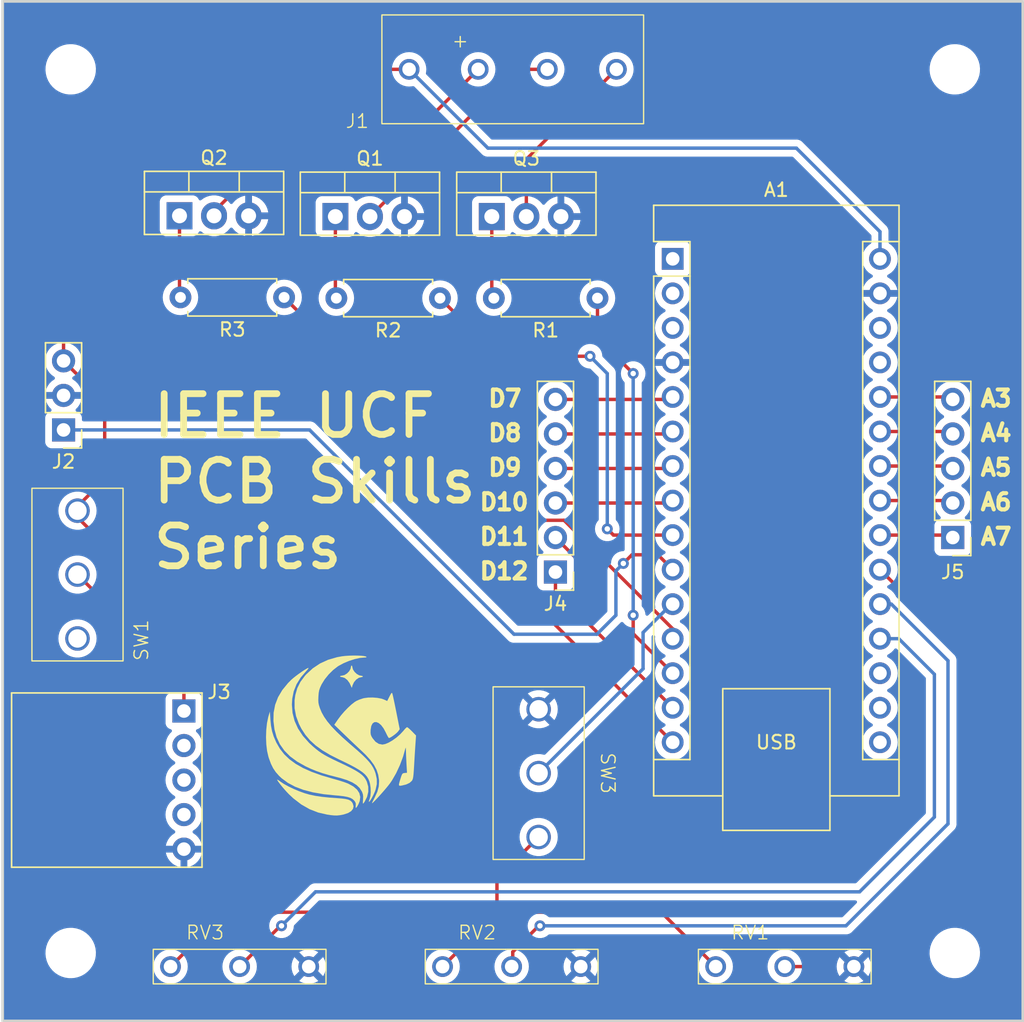
<source format=kicad_pcb>
(kicad_pcb (version 20221018) (generator pcbnew)
  (title_block (title "RGB Lighting Controller") (rev "A") (company "IEEE UCF") (comment 1 "Cory Brynds"))
  (layers (0 "F.Cu" signal) (31 "B.Cu" signal) (34 "B.Paste" user) (35 "F.Paste" user) (36 "B.SilkS" user "B.Silkscreen") (37 "F.SilkS" user "F.Silkscreen") (38 "B.Mask" user) (39 "F.Mask" user) (44 "Edge.Cuts" user))
  (net 0 "")
  (net 1 "/G_LED")
  (net 2 "GND")
  (net 3 "+5V")
  (net 6 "/R_LED")
  (net 7 "/B_LED")
  (net 8 "/IR_RECV")
  (net 9 "/B_PWM")
  (net 10 "/G_PWM")
  (net 11 "/R_PWM")
  (net 12 "/B_Analog")
  (net 13 "/G_Analog")
  (net 14 "/R_Analog")
  (net 15 "Net-(J3-VBUS)")
  (net 22 "Net-(Q1-B)")
  (net 23 "Net-(Q2-B)")
  (net 24 "Net-(Q3-B)")
  (net 28 "Net-(A1-A7)")
  (net 29 "Net-(A1-A6)")
  (net 30 "Net-(A1-SCL{slash}A5)")
  (net 31 "Net-(A1-SDA{slash}A4)")
  (net 32 "Net-(A1-A3)")
  (net 33 "/Toggle")
  (net 34 "Net-(A1-MISO)")
  (net 35 "Net-(A1-MOSI)")
  (net 36 "Net-(A1-D5)")
  (net 37 "Net-(A1-D4)")
  (net 38 "Net-(A1-D3)")
  (net 39 "Net-(A1-D2)")
  (footprint "MountingHole:MountingHole_3.2mm_M3" (layer "F.Cu") (at 105.12 59.16)
    (fp_text reference "H1")
    (fp_text value "MountingHole" hide)
    (pad "" np_thru_hole circle (at 0 0) (size 3.2 3.2) (drill 3.2) (layers "*.Cu" "*.Mask"))
  )
  (footprint "Resistor_THT:R_Axial_DIN0207_L6.3mm_D2.5mm_P7.62mm_Horizontal" (layer "F.Cu") (at 143.85 75.99 180)
    (fp_text reference "R1" (at 3.81 -2.37) (layer "F.SilkS"))
    (fp_text value "470")
    (fp_line (start 0.54 -1.37) (end 7.08 -1.37) (stroke (width 0.12)) (layer "F.SilkS"))
    (fp_line (start 0.54 -1.04) (end 0.54 -1.37) (stroke (width 0.12)) (layer "F.SilkS"))
    (fp_line (start 0.54 1.04) (end 0.54 1.37) (stroke (width 0.12)) (layer "F.SilkS"))
    (fp_line (start 0.54 1.37) (end 7.08 1.37) (stroke (width 0.12)) (layer "F.SilkS"))
    (fp_line (start 7.08 -1.37) (end 7.08 -1.04) (stroke (width 0.12)) (layer "F.SilkS"))
    (fp_line (start 7.08 1.37) (end 7.08 1.04) (stroke (width 0.12)) (layer "F.SilkS"))
    (pad "1" thru_hole circle (at 0 0 180) (size 1.6 1.6) (drill 0.8) (layers "*.Cu" "*.Mask") (net 9 "/B_PWM"))
    (pad "2" thru_hole oval (at 7.62 0 180) (size 1.6 1.6) (drill 0.8) (layers "*.Cu" "*.Mask") (net 24 "Net-(Q3-B)"))
  )
  (footprint "Skills Series Footprints:Slide Switch" (layer "F.Cu") (at 105.62 96.325 90)
    (fp_text reference "SW1" (at -4.825 4.695 90 unlocked) (layer "F.SilkS") (effects (font (thickness 0.1))))
    (fp_text value "SW_SPST")
    (fp_rect (start -6.35 -3.35) (end 6.35 3.35) (stroke (width 0.1)) (fill none) (layer "F.SilkS"))
    (pad "1" thru_hole circle (at -4.7 0 90) (size 1.8 1.8) (drill 1.35) (layers "*.Cu" "*.Mask"))
    (pad "2" thru_hole circle (at 0 0 90) (size 1.8 1.8) (drill 1.35) (layers "*.Cu" "*.Mask") (net 15 "Net-(J3-VBUS)"))
    (pad "3" thru_hole circle (at 4.7 0 90) (size 1.8 1.8) (drill 1.35) (layers "*.Cu" "*.Mask") (net 3 "+5V"))
  )
  (footprint "MountingHole:MountingHole_3.2mm_M3" (layer "F.Cu") (at 170.12 59.16)
    (fp_text reference "H2")
    (fp_text value "MountingHole" hide)
    (pad "" np_thru_hole circle (at 0 0) (size 3.2 3.2) (drill 3.2) (layers "*.Cu" "*.Mask"))
  )
  (footprint "Skills Series Footprints:MicroUSB Port" (layer "F.Cu") (at 113.445 106.36)
    (fp_text reference "J3" (at 2.585 -1.4) (layer "F.SilkS"))
    (fp_text value "USB_B_Micro")
    (fp_line (start -12.67 11.49) (end -12.67 -1.33) (stroke (width 0.12)) (layer "F.SilkS"))
    (fp_line (start -1.33 -1.33) (end 1.33 -1.33) (stroke (width 0.12)) (layer "F.SilkS"))
    (fp_line (start 1.33 -1.33) (end -12.67 -1.33) (stroke (width 0.12)) (layer "F.SilkS"))
    (fp_line (start 1.33 -1.33) (end 1.33 11.49) (stroke (width 0.12)) (layer "F.SilkS"))
    (fp_line (start 1.33 11.49) (end -12.67 11.49) (stroke (width 0.12)) (layer "F.SilkS"))
    (pad "1" thru_hole rect (at 0 0) (size 1.7 1.7) (drill 1) (layers "*.Cu" "*.Mask") (net 15 "Net-(J3-VBUS)"))
    (pad "2" thru_hole oval (at 0 2.54) (size 1.7 1.7) (drill 1) (layers "*.Cu" "*.Mask"))
    (pad "3" thru_hole oval (at 0 5.08) (size 1.7 1.7) (drill 1) (layers "*.Cu" "*.Mask"))
    (pad "4" thru_hole oval (at 0 7.62) (size 1.7 1.7) (drill 1) (layers "*.Cu" "*.Mask"))
    (pad "5" thru_hole oval (at 0 10.16) (size 1.7 1.7) (drill 1) (layers "*.Cu" "*.Mask") (net 2 "GND"))
  )
  (footprint "Package_TO_SOT_THT:TO-220-3_Vertical" (layer "F.Cu") (at 136.08 69.99)
    (fp_text reference "Q3" (at 2.54 -4.27) (layer "F.SilkS"))
    (fp_text value "TIP120")
    (fp_line (start -2.58 -3.27) (end -2.58 1.371) (stroke (width 0.12)) (layer "F.SilkS"))
    (fp_line (start -2.58 -3.27) (end 7.66 -3.27) (stroke (width 0.12)) (layer "F.SilkS"))
    (fp_line (start -2.58 -1.76) (end 7.66 -1.76) (stroke (width 0.12)) (layer "F.SilkS"))
    (fp_line (start -2.58 1.371) (end 7.66 1.371) (stroke (width 0.12)) (layer "F.SilkS"))
    (fp_line (start 0.69 -3.27) (end 0.69 -1.76) (stroke (width 0.12)) (layer "F.SilkS"))
    (fp_line (start 4.391 -3.27) (end 4.391 -1.76) (stroke (width 0.12)) (layer "F.SilkS"))
    (fp_line (start 7.66 -3.27) (end 7.66 1.371) (stroke (width 0.12)) (layer "F.SilkS"))
    (pad "1" thru_hole rect (at 0 0) (size 1.905 2) (drill 1.1) (layers "*.Cu" "*.Mask") (net 24 "Net-(Q3-B)"))
    (pad "2" thru_hole oval (at 2.54 0) (size 1.905 2) (drill 1.1) (layers "*.Cu" "*.Mask") (net 7 "/B_LED"))
    (pad "3" thru_hole oval (at 5.08 0) (size 1.905 2) (drill 1.1) (layers "*.Cu" "*.Mask") (net 2 "GND"))
  )
  (footprint "Skills Series Footprints:pegasus silkscreen" (layer "F.Cu") (at 124.92 108.135)
    (fp_text reference "G***" hide)
    (fp_text value "LOGO" hide)
    (fp_poly (pts (xy 0.895567 -5.077455) (xy 0.907495 -5.002626) (xy 0.953864 -4.828144) (xy 1.073003 -4.650112) (xy 1.236392 -4.497194) (xy 1.415513 -4.398053) (xy 1.53099 -4.375982) (xy 1.638646 -4.35387) (xy 1.680882 -4.322269) (xy 1.663073 -4.281588) (xy 1.590649 -4.268708) (xy 1.386066 -4.219268) (xy 1.190448 -4.086605) (xy 1.027275 -3.893226) (xy 0.920023 -3.66164) (xy 0.907614 -3.613894) (xy 0.878576 -3.507266) (xy 0.854882 -3.495913) (xy 0.831976 -3.548529) (xy 0.701533 -3.833483) (xy 0.53361 -4.058456) (xy 0.342922 -4.208442) (xy 0.144185 -4.268434) (xy 0.125512 -4.268907) (xy 0.02907 -4.288215) (xy 0 -4.322269) (xy 0.045817 -4.361834) (xy 0.138511 -4.37563) (xy 0.326868 -4.420512) (xy 0.514574 -4.537498) (xy 0.673809 -4.700096) (xy 0.776751 -4.881815) (xy 0.80042 -5.005928) (xy 0.821032 -5.097949) (xy 0.853782 -5.122689)) (fill solid) (layer "F.SilkS"))
    (fp_poly (pts (xy -4.571203 3.287515) (xy -4.462925 3.356205) (xy -4.346388 3.440995) (xy -4.105505 3.600326) (xy -3.787299 3.77454) (xy -3.417636 3.951291) (xy -3.022384 4.118238) (xy -2.627412 4.263037) (xy -2.614706 4.267287) (xy -2.242534 4.374698) (xy -1.821336 4.463319) (xy -1.336128 4.535451) (xy -0.77193 4.593395) (xy -0.240126 4.631918) (xy 0.129781 4.660214) (xy 0.409074 4.69671) (xy 0.61382 4.746716) (xy 0.76009 4.815544) (xy 0.863951 4.908505) (xy 0.936305 5.020765) (xy 0.996292 5.230864) (xy 0.95542 5.42328) (xy 0.818923 5.591886) (xy 0.592038 5.730556) (xy 0.28 5.833162) (xy 0.233193 5.843587) (xy -0.004511 5.888373) (xy -0.209701 5.910171) (xy -0.417759 5.90905) (xy -0.664069 5.88508) (xy -0.935614 5.845912) (xy -1.606416 5.692671) (xy -2.240566 5.445617) (xy -2.844387 5.101396) (xy -3.424202 4.656658) (xy -3.748636 4.354657) (xy -3.912961 4.183779) (xy -4.086699 3.99008) (xy -4.256279 3.790433) (xy -4.40813 3.60171) (xy -4.528683 3.440782) (xy -4.604366 3.324521) (xy -4.621608 3.269799) (xy -4.621403 3.269582)) (fill solid) (layer "F.SilkS"))
    (fp_poly (pts (xy -5.118759 -1.173949) (xy -5.073828 -0.699964) (xy -4.996481 -0.290041) (xy -4.876342 0.096183) (xy -4.703033 0.499067) (xy -4.672354 0.562324) (xy -4.414458 1.008629) (xy -4.096526 1.413154) (xy -3.71205 1.780041) (xy -3.254518 2.113431) (xy -2.71742 2.417466) (xy -2.094247 2.696288) (xy -1.378487 2.954039) (xy -0.563632 3.194861) (xy -0.51333 3.20836) (xy -0.205061 3.294797) (xy 0.096084 3.386545) (xy 0.361187 3.474305) (xy 0.561329 3.548779) (xy 0.608877 3.569166) (xy 0.980602 3.774378) (xy 1.251718 4.006281) (xy 1.42123 4.26289) (xy 1.488141 4.542223) (xy 1.451453 4.842296) (xy 1.361729 5.067325) (xy 1.257446 5.257198) (xy 1.188055 5.346292) (xy 1.153471 5.334658) (xy 1.153609 5.222346) (xy 1.157931 5.186796) (xy 1.160849 5.02658) (xy 1.105136 4.89591) (xy 1.044558 4.81702) (xy 0.923999 4.704518) (xy 0.764099 4.615766) (xy 0.550111 4.546673) (xy 0.26729 4.493147) (xy -0.099112 4.451097) (xy -0.346849 4.430997) (xy -1.222054 4.341436) (xy -2.004422 4.205853) (xy -2.698077 4.022813) (xy -3.307143 3.790882) (xy -3.835745 3.508623) (xy -4.288007 3.174603) (xy -4.482353 2.992258) (xy -4.722907 2.720692) (xy -4.916983 2.43353) (xy -5.080083 2.102837) (xy -5.227712 1.700676) (xy -5.265354 1.581354) (xy -5.361389 1.162002) (xy -5.419406 0.674239) (xy -5.439647 0.149286) (xy -5.422353 -0.381641) (xy -5.367767 -0.887321) (xy -5.27613 -1.336536) (xy -5.241841 -1.454385) (xy -5.153471 -1.734244)) (fill solid) (layer "F.SilkS"))
    (fp_poly (pts (xy -2.329812 -4.894146) (xy -2.406044 -4.795058) (xy -2.482387 -4.712347) (xy -2.889298 -4.238438) (xy -3.193865 -3.74804) (xy -3.400254 -3.231396) (xy -3.512631 -2.678752) (xy -3.537715 -2.241176) (xy -3.488614 -1.62845) (xy -3.337856 -1.042156) (xy -3.084735 -0.480888) (xy -2.72855 0.056764) (xy -2.268595 0.572206) (xy -2.013291 0.809907) (xy -1.787351 1.003513) (xy -1.575868 1.170056) (xy -1.360669 1.320535) (xy -1.12358 1.465948) (xy -0.846425 1.617294) (xy -0.511032 1.785569) (xy -0.099225 1.981774) (xy -0.000704 2.02785) (xy 0.478251 2.255427) (xy 0.868774 2.451722) (xy 1.181772 2.624466) (xy 1.42815 2.781389) (xy 1.618814 2.930221) (xy 1.76467 3.078692) (xy 1.876623 3.234533) (xy 1.965579 3.405474) (xy 1.975895 3.428912) (xy 2.074706 3.786851) (xy 2.078398 4.164625) (xy 1.99017 4.540567) (xy 1.813227 4.89301) (xy 1.745492 4.988099) (xy 1.703436 5.034927) (xy 1.682445 5.024939) (xy 1.679207 4.942427) (xy 1.690407 4.771681) (xy 1.692995 4.739143) (xy 1.702654 4.518602) (xy 1.684291 4.354743) (xy 1.630684 4.199573) (xy 1.602761 4.139471) (xy 1.441642 3.889081) (xy 1.211898 3.670214) (xy 0.905071 3.478011) (xy 0.512703 3.307615) (xy 0.026337 3.154166) (xy -0.225426 3.089355) (xy -0.798358 2.942331) (xy -1.291573 2.797153) (xy -1.731512 2.644702) (xy -2.144616 2.475855) (xy -2.534664 2.292764) (xy -3.150571 1.945885) (xy -3.667809 1.563088) (xy -4.089812 1.139511) (xy -4.420015 0.670295) (xy -4.661853 0.150578) (xy -4.81876 -0.4245) (xy -4.89338 -1.045452) (xy -4.880038 -1.656225) (xy -4.768234 -2.236013) (xy -4.556328 -2.788616) (xy -4.242679 -3.317833) (xy -3.825648 -3.827463) (xy -3.590182 -4.064427) (xy -3.438304 -4.198007) (xy -3.248168 -4.349405) (xy -3.037738 -4.506247) (xy -2.824979 -4.65616) (xy -2.627853 -4.786771) (xy -2.464327 -4.885706) (xy -2.352363 -4.940593) (xy -2.312185 -4.944678)) (fill solid) (layer "F.SilkS"))
    (fp_poly (pts (xy 1.277474 -5.853144) (xy 1.542794 -5.841152) (xy 1.756842 -5.819585) (xy 1.89822 -5.788811) (xy 1.938291 -5.767088) (xy 1.94612 -5.727819) (xy 1.860523 -5.710952) (xy 1.801766 -5.709664) (xy 1.461837 -5.678107) (xy 1.070158 -5.590477) (xy 0.658343 -5.457333) (xy 0.258007 -5.289234) (xy -0.099234 -5.096738) (xy -0.170993 -5.050779) (xy -0.509673 -4.786465) (xy -0.838237 -4.458724) (xy -1.127504 -4.100252) (xy -1.348291 -3.743744) (xy -1.362145 -3.71624) (xy -1.466289 -3.490791) (xy -1.530303 -3.301846) (xy -1.566551 -3.101535) (xy -1.587241 -2.844729) (xy -1.596553 -2.589953) (xy -1.586583 -2.395685) (xy -1.551668 -2.216582) (xy -1.486148 -2.007303) (xy -1.480721 -1.991651) (xy -1.347534 -1.671443) (xy -1.166704 -1.347228) (xy -0.931317 -1.010888) (xy -0.634457 -0.654309) (xy -0.26921 -0.269374) (xy 0.17134 0.152031) (xy 0.694105 0.618023) (xy 0.876579 0.77506) (xy 1.298508 1.141071) (xy 1.643774 1.45462) (xy 1.921615 1.726571) (xy 2.141272 1.967788) (xy 2.311983 2.189136) (xy 2.44299 2.401479) (xy 2.54353 2.615683) (xy 2.616039 2.820432) (xy 2.704726 3.223045) (xy 2.705757 3.6036) (xy 2.619333 4.00046) (xy 2.552241 4.182274) (xy 2.461703 4.383766) (xy 2.360678 4.581069) (xy 2.262126 4.750313) (xy 2.179007 4.86763) (xy 2.125902 4.909244) (xy 2.120271 4.86638) (xy 2.153189 4.758856) (xy 2.173576 4.709139) (xy 2.234405 4.484917) (xy 2.260396 4.197672) (xy 2.251847 3.885151) (xy 2.20906 3.585103) (xy 2.163297 3.41543) (xy 2.086694 3.229388) (xy 1.98327 3.058056) (xy 1.843439 2.894438) (xy 1.657618 2.731539) (xy 1.416221 2.562362) (xy 1.109665 2.379913) (xy 0.728364 2.177196) (xy 0.262734 1.947215) (xy -0.055957 1.795655) (xy -0.726356 1.457172) (xy -1.300308 1.115384) (xy -1.78794 0.761334) (xy -2.19938 0.386064) (xy -2.544752 -0.019385) (xy -2.834185 -0.46397) (xy -3.019408 -0.825812) (xy -3.23135 -1.39874) (xy -3.337639 -1.975217) (xy -3.339256 -2.563084) (xy -3.285601 -2.95003) (xy -3.142859 -3.452584) (xy -2.910677 -3.91866) (xy -2.581408 -4.362749) (xy -2.482403 -4.472702) (xy -2.001765 -4.916548) (xy -1.467027 -5.272976) (xy -0.872756 -5.544743) (xy -0.213517 -5.734602) (xy 0.131436 -5.798041) (xy 0.387862 -5.828011) (xy 0.67861 -5.84694) (xy 0.98228 -5.855196)) (fill solid) (layer "F.SilkS"))
    (fp_poly (pts (xy 3.846325 -3.068277) (xy 3.8683 -2.987391) (xy 3.907289 -2.817695) (xy 3.959881 -2.575128) (xy 4.022662 -2.275629) (xy 4.09222 -1.935136) (xy 4.139437 -1.699444) (xy 4.390333 -0.437333) (xy 4.276862 -0.277977) (xy 4.181856 -0.175351) (xy 4.039159 -0.054027) (xy 3.87808 0.064804) (xy 3.72793 0.159951) (xy 3.618019 0.210224) (xy 3.597219 0.213387) (xy 3.554396 0.168052) (xy 3.483225 0.047496) (xy 3.396896 -0.125196) (xy 3.36888 -0.186237) (xy 3.20134 -0.500526) (xy 3.02274 -0.735732) (xy 2.842613 -0.890177) (xy 2.670492 -0.962183) (xy 2.515909 -0.950068) (xy 2.388397 -0.852155) (xy 2.297488 -0.666764) (xy 2.252715 -0.392216) (xy 2.252204 -0.38295) (xy 2.246961 -0.178581) (xy 2.264572 -0.035106) (xy 2.3157 0.092603) (xy 2.396321 0.226899) (xy 2.608075 0.483734) (xy 2.84777 0.63987) (xy 3.112591 0.693484) (xy 3.116511 0.693498) (xy 3.326343 0.654404) (xy 3.582158 0.546039) (xy 3.863057 0.382298) (xy 4.14814 0.177075) (xy 4.416506 -0.055734) (xy 4.647257 -0.302236) (xy 4.684909 -0.349197) (xy 4.79651 -0.479502) (xy 4.8898 -0.565869) (xy 4.931393 -0.586975) (xy 4.995116 -0.551017) (xy 5.109617 -0.455587) (xy 5.252978 -0.319348) (xy 5.291689 -0.280147) (xy 5.590751 0.026681) (xy 5.545764 0.667017) (xy 5.526855 0.947985) (xy 5.504458 1.299402) (xy 5.480806 1.685145) (xy 5.458134 2.069095) (xy 5.447455 2.256364) (xy 5.42635 2.607222) (xy 5.406489 2.868276) (xy 5.385398 3.056381) (xy 5.360602 3.188389) (xy 5.329626 3.281154) (xy 5.289997 3.351531) (xy 5.28578 3.357542) (xy 5.115128 3.512588) (xy 4.854367 3.632794) (xy 4.549055 3.706912) (xy 4.430747 3.723809) (xy 4.359323 3.715949) (xy 4.331466 3.666866) (xy 4.343859 3.560096) (xy 4.393185 3.379174) (xy 4.447271 3.201681) (xy 4.511417 3.000782) (xy 4.561754 2.880287) (xy 4.614182 2.818097) (xy 4.6846 2.792113) (xy 4.747673 2.784158) (xy 4.925095 2.766846) (xy 4.890732 2.170503) (xy 4.875443 1.879973) (xy 4.862229 1.582824) (xy 4.852915 1.322441) (xy 4.849935 1.20063) (xy 4.843802 1.034634) (xy 4.833468 0.937196) (xy 4.820985 0.925902) (xy 4.818795 0.933824) (xy 4.641188 1.568168) (xy 4.40693 2.199365) (xy 4.129194 2.797171) (xy 3.821156 3.331345) (xy 3.691383 3.521849) (xy 3.572879 3.677599) (xy 3.41809 3.867745) (xy 3.239398 4.078571) (xy 3.049188 4.296365) (xy 2.859844 4.507411) (xy 2.683748 4.697996) (xy 2.533285 4.854406) (xy 2.420839 4.962925) (xy 2.358792 5.009841) (xy 2.350564 5.006723) (xy 2.372768 4.946073) (xy 2.434192 4.816136) (xy 2.523086 4.641391) (xy 2.555507 4.579833) (xy 2.744809 4.163078) (xy 2.848921 3.777306) (xy 2.873774 3.397949) (xy 2.867281 3.288868) (xy 2.80661 2.909078) (xy 2.686269 2.548652) (xy 2.498219 2.19421) (xy 2.234418 1.832371) (xy 1.886829 1.449754) (xy 1.589791 1.162798) (xy 1.340459 0.929854) (xy 1.044457 0.650244) (xy 0.731304 0.352029) (xy 0.430525 0.063272) (xy 0.287615 -0.074987) (xy -0.421822 -0.76363) (xy -0.144209 -1.167448) (xy 0.069714 -1.452171) (xy 0.319423 -1.742219) (xy 0.58448 -2.017119) (xy 0.844446 -2.256402) (xy 1.078882 -2.439597) (xy 1.202014 -2.515801) (xy 1.418255 -2.612453) (xy 1.662579 -2.695824) (xy 1.76775 -2.72294) (xy 2.066608 -2.763408) (xy 2.403419 -2.769154) (xy 2.740368 -2.742688) (xy 3.039637 -2.68652) (xy 3.215631 -2.62685) (xy 3.469708 -2.513444) (xy 3.636909 -2.844222) (xy 3.726287 -3.013597) (xy 3.783735 -3.097908) (xy 3.820833 -3.109542)) (fill solid) (layer "F.SilkS"))
  )
  (footprint "MountingHole:MountingHole_3.2mm_M3" (layer "F.Cu") (at 170.12 124.16)
    (fp_text reference "H4" hide)
    (fp_text value "MountingHole" hide)
    (pad "" np_thru_hole circle (at 0 0) (size 3.2 3.2) (drill 3.2) (layers "*.Cu" "*.Mask"))
  )
  (footprint "Skills Series Footprints:LED Strip Terminal Block" (layer "F.Cu") (at 137.62 57.89 180)
    (fp_text reference "J1" (at 11.43 -5.08 unlocked) (layer "F.SilkS") (effects (font (thickness 0.1))))
    (fp_text value "RGB Strip Terminal")
    (fp_text user "+" (at 3.175 1.27 180 unlocked) (layer "F.SilkS") (effects (font (thickness 0.1)) (justify left bottom)))
    (fp_rect (start -9.62 -5.27) (end 9.62 2.73) (stroke (width 0.1)) (fill none) (layer "F.SilkS"))
    (pad "1" thru_hole circle (at -7.62 -1.27 180) (size 1.524 1.524) (drill 1) (layers "*.Cu" "*.Mask") (net 7 "/B_LED"))
    (pad "2" thru_hole circle (at -2.54 -1.27 180) (size 1.524 1.524) (drill 1) (layers "*.Cu" "*.Mask") (net 6 "/R_LED"))
    (pad "3" thru_hole circle (at 2.54 -1.27 180) (size 1.524 1.524) (drill 1) (layers "*.Cu" "*.Mask") (net 1 "/G_LED"))
    (pad "4" thru_hole circle (at 7.62 -1.27 180) (size 1.524 1.524) (drill 1) (layers "*.Cu" "*.Mask") (net 3 "+5V"))
  )
  (footprint "Skills Series Footprints:10K Potentiometer Dial" (layer "F.Cu") (at 157.62 126.43)
    (fp_text reference "RV1" (at -2.54 -3.77 unlocked) (layer "F.SilkS") (effects (font (thickness 0.1))))
    (fp_text value "10K" hide)
    (fp_rect (start -6.35 0) (end 6.35 -2.54) (stroke (width 0.1)) (fill none) (layer "F.SilkS"))
    (pad "1" thru_hole circle (at 5.08 -1.27) (size 1.524 1.524) (drill 1) (layers "*.Cu" "*.Mask") (net 2 "GND"))
    (pad "2" thru_hole circle (at 0 -1.27) (size 1.524 1.524) (drill 1) (layers "*.Cu" "*.Mask") (net 12 "/B_Analog"))
    (pad "3" thru_hole circle (at -5.08 -1.27) (size 1.524 1.524) (drill 1) (layers "*.Cu" "*.Mask") (net 3 "+5V"))
  )
  (footprint "Skills Series Footprints:Slide Switch" (layer "F.Cu") (at 139.525 110.93 -90)
    (fp_text reference "SW3" (at 0 -5.08 -90 unlocked) (layer "F.SilkS") (effects (font (thickness 0.1))))
    (fp_text value "SW_SPST")
    (fp_rect (start -6.35 -3.35) (end 6.35 3.35) (stroke (width 0.1)) (fill none) (layer "F.SilkS"))
    (pad "1" thru_hole circle (at -4.7 0 270) (size 1.8 1.8) (drill 1.35) (layers "*.Cu" "*.Mask") (net 2 "GND"))
    (pad "2" thru_hole circle (at 0 0 270) (size 1.8 1.8) (drill 1.35) (layers "*.Cu" "*.Mask") (net 33 "/Toggle"))
    (pad "3" thru_hole circle (at 4.7 0 270) (size 1.8 1.8) (drill 1.35) (layers "*.Cu" "*.Mask") (net 3 "+5V"))
  )
  (footprint "Module:Arduino_Nano" (layer "F.Cu") (at 149.38 73.1)
    (fp_text reference "A1" (at 7.62 -5.08) (layer "F.SilkS"))
    (fp_text value "Arduino_Nano")
    (fp_text user "USB" (at 7.62 35.56 unlocked) (layer "F.SilkS"))
    (fp_line (start -1.4 -3.94) (end -1.4 -1.27) (stroke (width 0.12)) (layer "F.SilkS"))
    (fp_line (start -1.4 1.27) (end -1.4 39.5) (stroke (width 0.12)) (layer "F.SilkS"))
    (fp_line (start -1.4 39.5) (end 3.68 39.5) (stroke (width 0.12)) (layer "F.SilkS"))
    (fp_line (start 1.27 -1.27) (end -1.4 -1.27) (stroke (width 0.12)) (layer "F.SilkS"))
    (fp_line (start 1.27 1.27) (end -1.4 1.27) (stroke (width 0.12)) (layer "F.SilkS"))
    (fp_line (start 1.27 1.27) (end 1.27 -1.27) (stroke (width 0.12)) (layer "F.SilkS"))
    (fp_line (start 1.27 1.27) (end 1.27 36.83) (stroke (width 0.12)) (layer "F.SilkS"))
    (fp_line (start 1.27 36.83) (end -1.4 36.83) (stroke (width 0.12)) (layer "F.SilkS"))
    (fp_line (start 3.68 31.62) (end 11.56 31.62) (stroke (width 0.12)) (layer "F.SilkS"))
    (fp_line (start 3.68 42.04) (end 3.68 31.62) (stroke (width 0.12)) (layer "F.SilkS"))
    (fp_line (start 11.56 31.62) (end 11.56 42.04) (stroke (width 0.12)) (layer "F.SilkS"))
    (fp_line (start 11.56 42.04) (end 3.68 42.04) (stroke (width 0.12)) (layer "F.SilkS"))
    (fp_line (start 13.97 -1.27) (end 13.97 36.83) (stroke (width 0.12)) (layer "F.SilkS"))
    (fp_line (start 13.97 -1.27) (end 16.64 -1.27) (stroke (width 0.12)) (layer "F.SilkS"))
    (fp_line (start 13.97 36.83) (end 16.64 36.83) (stroke (width 0.12)) (layer "F.SilkS"))
    (fp_line (start 16.64 -3.94) (end -1.4 -3.94) (stroke (width 0.12)) (layer "F.SilkS"))
    (fp_line (start 16.64 39.5) (end 11.56 39.5) (stroke (width 0.12)) (layer "F.SilkS"))
    (fp_line (start 16.64 39.5) (end 16.64 -3.94) (stroke (width 0.12)) (layer "F.SilkS"))
    (pad "1" thru_hole rect (at 0 0) (size 1.6 1.6) (drill 1) (layers "*.Cu" "*.Mask"))
    (pad "2" thru_hole oval (at 0 2.54) (size 1.6 1.6) (drill 1) (layers "*.Cu" "*.Mask"))
    (pad "3" thru_hole oval (at 0 5.08) (size 1.6 1.6) (drill 1) (layers "*.Cu" "*.Mask"))
    (pad "4" thru_hole oval (at 0 7.62) (size 1.6 1.6) (drill 1) (layers "*.Cu" "*.Mask") (net 2 "GND"))
    (pad "5" thru_hole oval (at 0 10.16) (size 1.6 1.6) (drill 1) (layers "*.Cu" "*.Mask") (net 39 "Net-(A1-D2)"))
    (pad "6" thru_hole oval (at 0 12.7) (size 1.6 1.6) (drill 1) (layers "*.Cu" "*.Mask") (net 38 "Net-(A1-D3)"))
    (pad "7" thru_hole oval (at 0 15.24) (size 1.6 1.6) (drill 1) (layers "*.Cu" "*.Mask") (net 37 "Net-(A1-D4)"))
    (pad "8" thru_hole oval (at 0 17.78) (size 1.6 1.6) (drill 1) (layers "*.Cu" "*.Mask") (net 36 "Net-(A1-D5)"))
    (pad "9" thru_hole oval (at 0 20.32) (size 1.6 1.6) (drill 1) (layers "*.Cu" "*.Mask") (net 11 "/R_PWM"))
    (pad "10" thru_hole oval (at 0 22.86) (size 1.6 1.6) (drill 1) (layers "*.Cu" "*.Mask") (net 8 "/IR_RECV"))
    (pad "11" thru_hole oval (at 0 25.4) (size 1.6 1.6) (drill 1) (layers "*.Cu" "*.Mask") (net 33 "/Toggle"))
    (pad "12" thru_hole oval (at 0 27.94) (size 1.6 1.6) (drill 1) (layers "*.Cu" "*.Mask") (net 10 "/G_PWM"))
    (pad "13" thru_hole oval (at 0 30.48) (size 1.6 1.6) (drill 1) (layers "*.Cu" "*.Mask") (net 9 "/B_PWM"))
    (pad "14" thru_hole oval (at 0 33.02) (size 1.6 1.6) (drill 1) (layers "*.Cu" "*.Mask") (net 35 "Net-(A1-MOSI)"))
    (pad "15" thru_hole oval (at 0 35.56) (size 1.6 1.6) (drill 1) (layers "*.Cu" "*.Mask") (net 34 "Net-(A1-MISO)"))
    (pad "16" thru_hole oval (at 15.24 35.56) (size 1.6 1.6) (drill 1) (layers "*.Cu" "*.Mask"))
    (pad "17" thru_hole oval (at 15.24 33.02) (size 1.6 1.6) (drill 1) (layers "*.Cu" "*.Mask"))
    (pad "18" thru_hole oval (at 15.24 30.48) (size 1.6 1.6) (drill 1) (layers "*.Cu" "*.Mask"))
    (pad "19" thru_hole oval (at 15.24 27.94) (size 1.6 1.6) (drill 1) (layers "*.Cu" "*.Mask") (net 14 "/R_Analog"))
    (pad "20" thru_hole oval (at 15.24 25.4) (size 1.6 1.6) (drill 1) (layers "*.Cu" "*.Mask") (net 13 "/G_Analog"))
    (pad "21" thru_hole oval (at 15.24 22.86) (size 1.6 1.6) (drill 1) (layers "*.Cu" "*.Mask") (net 12 "/B_Analog"))
    (pad "22" thru_hole oval (at 15.24 20.32) (size 1.6 1.6) (drill 1) (layers "*.Cu" "*.Mask") (net 32 "Net-(A1-A3)"))
    (pad "23" thru_hole oval (at 15.24 17.78) (size 1.6 1.6) (drill 1) (layers "*.Cu" "*.Mask") (net 31 "Net-(A1-SDA{slash}A4)"))
    (pad "24" thru_hole oval (at 15.24 15.24) (size 1.6 1.6) (drill 1) (layers "*.Cu" "*.Mask") (net 30 "Net-(A1-SCL{slash}A5)"))
    (pad "25" thru_hole oval (at 15.24 12.7) (size 1.6 1.6) (drill 1) (layers "*.Cu" "*.Mask") (net 29 "Net-(A1-A6)"))
    (pad "26" thru_hole oval (at 15.24 10.16) (size 1.6 1.6) (drill 1) (layers "*.Cu" "*.Mask") (net 28 "Net-(A1-A7)"))
    (pad "27" thru_hole oval (at 15.24 7.62) (size 1.6 1.6) (drill 1) (layers "*.Cu" "*.Mask"))
    (pad "28" thru_hole oval (at 15.24 5.08) (size 1.6 1.6) (drill 1) (layers "*.Cu" "*.Mask"))
    (pad "29" thru_hole oval (at 15.24 2.54) (size 1.6 1.6) (drill 1) (layers "*.Cu" "*.Mask") (net 2 "GND"))
    (pad "30" thru_hole oval (at 15.24 0) (size 1.6 1.6) (drill 1) (layers "*.Cu" "*.Mask") (net 3 "+5V"))
  )
  (footprint "Skills Series Footprints:10K Potentiometer Dial" (layer "F.Cu") (at 137.54 126.43)
    (fp_text reference "RV2" (at -2.54 -3.77 unlocked) (layer "F.SilkS") (effects (font (thickness 0.1))))
    (fp_text value "10K" hide)
    (fp_rect (start -6.35 0) (end 6.35 -2.54) (stroke (width 0.1)) (fill none) (layer "F.SilkS"))
    (pad "1" thru_hole circle (at 5.08 -1.27) (size 1.524 1.524) (drill 1) (layers "*.Cu" "*.Mask") (net 2 "GND"))
    (pad "2" thru_hole circle (at 0 -1.27) (size 1.524 1.524) (drill 1) (layers "*.Cu" "*.Mask") (net 13 "/G_Analog"))
    (pad "3" thru_hole circle (at -5.08 -1.27) (size 1.524 1.524) (drill 1) (layers "*.Cu" "*.Mask") (net 3 "+5V"))
  )
  (footprint "Resistor_THT:R_Axial_DIN0207_L6.3mm_D2.5mm_P7.62mm_Horizontal" (layer "F.Cu") (at 132.27 75.99 180)
    (fp_text reference "R2" (at 3.81 -2.37) (layer "F.SilkS"))
    (fp_text value "470")
    (fp_line (start 0.54 -1.37) (end 7.08 -1.37) (stroke (width 0.12)) (layer "F.SilkS"))
    (fp_line (start 0.54 -1.04) (end 0.54 -1.37) (stroke (width 0.12)) (layer "F.SilkS"))
    (fp_line (start 0.54 1.04) (end 0.54 1.37) (stroke (width 0.12)) (layer "F.SilkS"))
    (fp_line (start 0.54 1.37) (end 7.08 1.37) (stroke (width 0.12)) (layer "F.SilkS"))
    (fp_line (start 7.08 -1.37) (end 7.08 -1.04) (stroke (width 0.12)) (layer "F.SilkS"))
    (fp_line (start 7.08 1.37) (end 7.08 1.04) (stroke (width 0.12)) (layer "F.SilkS"))
    (pad "1" thru_hole circle (at 0 0 180) (size 1.6 1.6) (drill 0.8) (layers "*.Cu" "*.Mask") (net 11 "/R_PWM"))
    (pad "2" thru_hole oval (at 7.62 0 180) (size 1.6 1.6) (drill 0.8) (layers "*.Cu" "*.Mask") (net 22 "Net-(Q1-B)"))
  )
  (footprint "Package_TO_SOT_THT:TO-220-3_Vertical" (layer "F.Cu") (at 124.58 69.99)
    (fp_text reference "Q1" (at 2.54 -4.27) (layer "F.SilkS"))
    (fp_text value "TIP120")
    (fp_line (start -2.58 -3.27) (end -2.58 1.371) (stroke (width 0.12)) (layer "F.SilkS"))
    (fp_line (start -2.58 -3.27) (end 7.66 -3.27) (stroke (width 0.12)) (layer "F.SilkS"))
    (fp_line (start -2.58 -1.76) (end 7.66 -1.76) (stroke (width 0.12)) (layer "F.SilkS"))
    (fp_line (start -2.58 1.371) (end 7.66 1.371) (stroke (width 0.12)) (layer "F.SilkS"))
    (fp_line (start 0.69 -3.27) (end 0.69 -1.76) (stroke (width 0.12)) (layer "F.SilkS"))
    (fp_line (start 4.391 -3.27) (end 4.391 -1.76) (stroke (width 0.12)) (layer "F.SilkS"))
    (fp_line (start 7.66 -3.27) (end 7.66 1.371) (stroke (width 0.12)) (layer "F.SilkS"))
    (pad "1" thru_hole rect (at 0 0) (size 1.905 2) (drill 1.1) (layers "*.Cu" "*.Mask") (net 22 "Net-(Q1-B)"))
    (pad "2" thru_hole oval (at 2.54 0) (size 1.905 2) (drill 1.1) (layers "*.Cu" "*.Mask") (net 6 "/R_LED"))
    (pad "3" thru_hole oval (at 5.08 0) (size 1.905 2) (drill 1.1) (layers "*.Cu" "*.Mask") (net 2 "GND"))
  )
  (footprint "MountingHole:MountingHole_3.2mm_M3" (layer "F.Cu") (at 105.12 124.16)
    (fp_text reference "H3")
    (fp_text value "MountingHole" hide)
    (pad "" np_thru_hole circle (at 0 0) (size 3.2 3.2) (drill 3.2) (layers "*.Cu" "*.Mask"))
  )
  (footprint "Connector_PinHeader_2.54mm:PinHeader_1x06_P2.54mm_Vertical" (layer "F.Cu") (at 140.76 96.14 180)
    (fp_text reference "J4" (at 0 -2.33 180) (layer "F.SilkS"))
    (fp_text value "Conn_01x06")
    (fp_line (start -1.33 -1.33) (end 0 -1.33) (stroke (width 0.12)) (layer "F.SilkS"))
    (fp_line (start -1.33 0) (end -1.33 -1.33) (stroke (width 0.12)) (layer "F.SilkS"))
    (fp_line (start -1.33 1.27) (end -1.33 14.03) (stroke (width 0.12)) (layer "F.SilkS"))
    (fp_line (start -1.33 1.27) (end 1.33 1.27) (stroke (width 0.12)) (layer "F.SilkS"))
    (fp_line (start -1.33 14.03) (end 1.33 14.03) (stroke (width 0.12)) (layer "F.SilkS"))
    (fp_line (start 1.33 1.27) (end 1.33 14.03) (stroke (width 0.12)) (layer "F.SilkS"))
    (pad "1" thru_hole rect (at 0 0 180) (size 1.7 1.7) (drill 1) (layers "*.Cu" "*.Mask") (net 34 "Net-(A1-MISO)"))
    (pad "2" thru_hole oval (at 0 2.54 180) (size 1.7 1.7) (drill 1) (layers "*.Cu" "*.Mask") (net 35 "Net-(A1-MOSI)"))
    (pad "3" thru_hole oval (at 0 5.08 180) (size 1.7 1.7) (drill 1) (layers "*.Cu" "*.Mask") (net 36 "Net-(A1-D5)"))
    (pad "4" thru_hole oval (at 0 7.62 180) (size 1.7 1.7) (drill 1) (layers "*.Cu" "*.Mask") (net 37 "Net-(A1-D4)"))
    (pad "5" thru_hole oval (at 0 10.16 180) (size 1.7 1.7) (drill 1) (layers "*.Cu" "*.Mask") (net 38 "Net-(A1-D3)"))
    (pad "6" thru_hole oval (at 0 12.7 180) (size 1.7 1.7) (drill 1) (layers "*.Cu" "*.Mask") (net 39 "Net-(A1-D2)"))
  )
  (footprint "Package_TO_SOT_THT:TO-220-3_Vertical" (layer "F.Cu") (at 113.12 69.935)
    (fp_text reference "Q2" (at 2.54 -4.27) (layer "F.SilkS"))
    (fp_text value "TIP120")
    (fp_line (start -2.58 -3.27) (end -2.58 1.371) (stroke (width 0.12)) (layer "F.SilkS"))
    (fp_line (start -2.58 -3.27) (end 7.66 -3.27) (stroke (width 0.12)) (layer "F.SilkS"))
    (fp_line (start -2.58 -1.76) (end 7.66 -1.76) (stroke (width 0.12)) (layer "F.SilkS"))
    (fp_line (start -2.58 1.371) (end 7.66 1.371) (stroke (width 0.12)) (layer "F.SilkS"))
    (fp_line (start 0.69 -3.27) (end 0.69 -1.76) (stroke (width 0.12)) (layer "F.SilkS"))
    (fp_line (start 4.391 -3.27) (end 4.391 -1.76) (stroke (width 0.12)) (layer "F.SilkS"))
    (fp_line (start 7.66 -3.27) (end 7.66 1.371) (stroke (width 0.12)) (layer "F.SilkS"))
    (pad "1" thru_hole rect (at 0 0) (size 1.905 2) (drill 1.1) (layers "*.Cu" "*.Mask") (net 23 "Net-(Q2-B)"))
    (pad "2" thru_hole oval (at 2.54 0) (size 1.905 2) (drill 1.1) (layers "*.Cu" "*.Mask") (net 1 "/G_LED"))
    (pad "3" thru_hole oval (at 5.08 0) (size 1.905 2) (drill 1.1) (layers "*.Cu" "*.Mask") (net 2 "GND"))
  )
  (footprint "Connector_PinHeader_2.54mm:PinHeader_1x03_P2.54mm_Vertical" (layer "F.Cu") (at 104.595 85.685 180)
    (fp_text reference "J2" (at 0 -2.33 180) (layer "F.SilkS"))
    (fp_text value "Conn_01x03")
    (fp_line (start -1.33 -1.33) (end 0 -1.33) (stroke (width 0.12)) (layer "F.SilkS"))
    (fp_line (start -1.33 0) (end -1.33 -1.33) (stroke (width 0.12)) (layer "F.SilkS"))
    (fp_line (start -1.33 1.27) (end -1.33 6.41) (stroke (width 0.12)) (layer "F.SilkS"))
    (fp_line (start -1.33 1.27) (end 1.33 1.27) (stroke (width 0.12)) (layer "F.SilkS"))
    (fp_line (start -1.33 6.41) (end 1.33 6.41) (stroke (width 0.12)) (layer "F.SilkS"))
    (fp_line (start 1.33 1.27) (end 1.33 6.41) (stroke (width 0.12)) (layer "F.SilkS"))
    (pad "1" thru_hole rect (at 0 0 180) (size 1.7 1.7) (drill 1) (layers "*.Cu" "*.Mask") (net 8 "/IR_RECV"))
    (pad "2" thru_hole oval (at 0 2.54 180) (size 1.7 1.7) (drill 1) (layers "*.Cu" "*.Mask") (net 2 "GND"))
    (pad "3" thru_hole oval (at 0 5.08 180) (size 1.7 1.7) (drill 1) (layers "*.Cu" "*.Mask") (net 3 "+5V"))
  )
  (footprint "Resistor_THT:R_Axial_DIN0207_L6.3mm_D2.5mm_P7.62mm_Horizontal" (layer "F.Cu") (at 120.81 75.935 180)
    (fp_text reference "R3" (at 3.81 -2.37) (layer "F.SilkS"))
    (fp_text value "470")
    (fp_line (start 0.54 -1.37) (end 7.08 -1.37) (stroke (width 0.12)) (layer "F.SilkS"))
    (fp_line (start 0.54 -1.04) (end 0.54 -1.37) (stroke (width 0.12)) (layer "F.SilkS"))
    (fp_line (start 0.54 1.04) (end 0.54 1.37) (stroke (width 0.12)) (layer "F.SilkS"))
    (fp_line (start 0.54 1.37) (end 7.08 1.37) (stroke (width 0.12)) (layer "F.SilkS"))
    (fp_line (start 7.08 -1.37) (end 7.08 -1.04) (stroke (width 0.12)) (layer "F.SilkS"))
    (fp_line (start 7.08 1.37) (end 7.08 1.04) (stroke (width 0.12)) (layer "F.SilkS"))
    (pad "1" thru_hole circle (at 0 0 180) (size 1.6 1.6) (drill 0.8) (layers "*.Cu" "*.Mask") (net 10 "/G_PWM"))
    (pad "2" thru_hole oval (at 7.62 0 180) (size 1.6 1.6) (drill 0.8) (layers "*.Cu" "*.Mask") (net 23 "Net-(Q2-B)"))
  )
  (footprint "Connector_PinHeader_2.54mm:PinHeader_1x05_P2.54mm_Vertical" (layer "F.Cu") (at 169.97 93.6 180)
    (fp_text reference "J5" (at 0 -2.54) (layer "F.SilkS"))
    (fp_text value "Conn_01x05")
    (fp_line (start -1.33 -1.33) (end 0 -1.33) (stroke (width 0.12)) (layer "F.SilkS"))
    (fp_line (start -1.33 0) (end -1.33 -1.33) (stroke (width 0.12)) (layer "F.SilkS"))
    (fp_line (start -1.33 1.27) (end -1.33 11.49) (stroke (width 0.12)) (layer "F.SilkS"))
    (fp_line (start -1.33 1.27) (end 1.33 1.27) (stroke (width 0.12)) (layer "F.SilkS"))
    (fp_line (start -1.33 11.49) (end 1.33 11.49) (stroke (width 0.12)) (layer "F.SilkS"))
    (fp_line (start 1.33 1.27) (end 1.33 11.49) (stroke (width 0.12)) (layer "F.SilkS"))
    (pad "1" thru_hole rect (at 0 0 180) (size 1.7 1.7) (drill 1) (layers "*.Cu" "*.Mask") (net 32 "Net-(A1-A3)"))
    (pad "2" thru_hole oval (at 0 2.54 180) (size 1.7 1.7) (drill 1) (layers "*.Cu" "*.Mask") (net 31 "Net-(A1-SDA{slash}A4)"))
    (pad "3" thru_hole oval (at 0 5.08 180) (size 1.7 1.7) (drill 1) (layers "*.Cu" "*.Mask") (net 30 "Net-(A1-SCL{slash}A5)"))
    (pad "4" thru_hole oval (at 0 7.62 180) (size 1.7 1.7) (drill 1) (layers "*.Cu" "*.Mask") (net 29 "Net-(A1-A6)"))
    (pad "5" thru_hole oval (at 0 10.16 180) (size 1.7 1.7) (drill 1) (layers "*.Cu" "*.Mask") (net 28 "Net-(A1-A7)"))
  )
  (footprint "Skills Series Footprints:10K Potentiometer Dial" (layer "F.Cu") (at 117.54 126.43)
    (fp_text reference "RV3" (at -2.54 -3.77 unlocked) (layer "F.SilkS") (effects (font (thickness 0.1))))
    (fp_text value "10K" hide)
    (fp_rect (start -6.35 0) (end 6.35 -2.54) (stroke (width 0.1)) (fill none) (layer "F.SilkS"))
    (pad "1" thru_hole circle (at 5.08 -1.27) (size 1.524 1.524) (drill 1) (layers "*.Cu" "*.Mask") (net 2 "GND"))
    (pad "2" thru_hole circle (at 0 -1.27) (size 1.524 1.524) (drill 1) (layers "*.Cu" "*.Mask") (net 14 "/R_Analog"))
    (pad "3" thru_hole circle (at -5.08 -1.27) (size 1.524 1.524) (drill 1) (layers "*.Cu" "*.Mask") (net 3 "+5V"))
  )
  (gr_rect (start 100.12 54.16) (end 175.12 129.16) (stroke (width 0.2)) (fill none) (layer "Edge.Cuts"))
  (gr_text "A5" (at 171.875 89.155) (layer "F.SilkS") (effects (font (size 1.2 1.2) (thickness 0.3) bold) (justify left bottom)))
  (gr_text "A7" (at 171.875 94.235) (layer "F.SilkS") (effects (font (size 1.2 1.2) (thickness 0.3) bold) (justify left bottom)))
  (gr_text "A3" (at 171.875 84.075) (layer "F.SilkS") (effects (font (size 1.2 1.2) (thickness 0.3) bold) (justify left bottom)))
  (gr_text "A6" (at 171.875 91.695) (layer "F.SilkS") (effects (font (size 1.2 1.2) (thickness 0.3) bold) (justify left bottom)))
  (gr_text "D9" (at 135.68 89.155) (layer "F.SilkS") (effects (font (size 1.2 1.2) (thickness 0.3) bold) (justify left bottom)))
  (gr_text "D11" (at 135.045 94.235) (layer "F.SilkS") (effects (font (size 1.2 1.2) (thickness 0.3) bold) (justify left bottom)))
  (gr_text "IEEE UCF\nPCB Skills\nSeries" (at 110.95 96.07) (layer "F.SilkS") (effects (font (size 3 3) (thickness 0.5) bold) (justify left bottom)))
  (gr_text "A4" (at 171.875 86.615) (layer "F.SilkS") (effects (font (size 1.2 1.2) (thickness 0.3) bold) (justify left bottom)))
  (gr_text "D10" (at 135.045 91.695) (layer "F.SilkS") (effects (font (size 1.2 1.2) (thickness 0.3) bold) (justify left bottom)))
  (gr_text "D8" (at 135.68 86.615) (layer "F.SilkS") (effects (font (size 1.2 1.2) (thickness 0.3) bold) (justify left bottom)))
  (gr_text "D12" (at 135.045 96.775) (layer "F.SilkS") (effects (font (size 1.2 1.2) (thickness 0.3) bold) (justify left bottom)))
  (gr_text "D7" (at 135.68 84.075) (layer "F.SilkS") (effects (font (size 1.2 1.2) (thickness 0.3) bold) (justify left bottom)))
  (segment (start 135.08 59.16) (end 129.58 64.66) (width 0.25) (layer "F.Cu") (net 1))
  (segment (start 120.62 64.66) (end 115.66 69.62) (width 0.25) (layer "F.Cu") (net 1))
  (segment (start 129.58 64.66) (end 120.62 64.66) (width 0.25) (layer "F.Cu") (net 1))
  (segment (start 115.66 69.62) (end 115.66 69.935) (width 0.25) (layer "F.Cu") (net 1))
  (segment (start 104.62 75.8325) (end 104.62 67.16) (width 0.25) (layer "F.Cu") (net 3))
  (segment (start 104.62 67.16) (end 112.62 59.16) (width 0.25) (layer "F.Cu") (net 3))
  (segment (start 105.62 91.3075) (end 105.62 92.115) (width 0.25) (layer "F.Cu") (net 3))
  (segment (start 116.62 103.115) (end 116.62 121.16) (width 0.25) (layer "F.Cu") (net 3))
  (segment (start 107.62 83.63) (end 104.595 80.605) (width 0.25) (layer "F.Cu") (net 3))
  (segment (start 132.46 125.16) (end 136.46 121.16) (width 0.25) (layer "F.Cu") (net 3))
  (segment (start 116.46 121.16) (end 136.46 121.16) (width 0.25) (layer "F.Cu") (net 3))
  (segment (start 105.62 92.115) (end 116.62 103.115) (width 0.25) (layer "F.Cu") (net 3))
  (segment (start 148.54 121.16) (end 148.58 121.2) (width 0.25) (layer "F.Cu") (net 3))
  (segment (start 104.595 80.605) (end 104.595 75.8575) (width 0.25) (layer "F.Cu") (net 3))
  (segment (start 112.62 59.16) (end 130 59.16) (width 0.25) (layer "F.Cu") (net 3))
  (segment (start 139.525 115.63) (end 136.46 118.695) (width 0.25) (layer "F.Cu") (net 3))
  (segment (start 107.62 89.3075) (end 107.62 83.63) (width 0.25) (layer "F.Cu") (net 3))
  (segment (start 136.46 121.16) (end 148.54 121.16) (width 0.25) (layer "F.Cu") (net 3))
  (segment (start 104.595 75.8575) (end 104.62 75.8325) (width 0.25) (layer "F.Cu") (net 3))
  (segment (start 148.58 121.2) (end 152.54 125.16) (width 0.25) (layer "F.Cu") (net 3))
  (segment (start 136.46 118.695) (end 136.46 121.16) (width 0.25) (layer "F.Cu") (net 3))
  (segment (start 105.62 91.3075) (end 107.62 89.3075) (width 0.25) (layer "F.Cu") (net 3))
  (segment (start 112.46 125.16) (end 116.46 121.16) (width 0.25) (layer "F.Cu") (net 3))
  (segment (start 164.62 73.1) (end 164.62 71.105) (width 0.25) (layer "B.Cu") (net 3))
  (segment (start 164.62 71.105) (end 158.47 64.955) (width 0.25) (layer "B.Cu") (net 3))
  (segment (start 158.47 64.955) (end 135.795 64.955) (width 0.25) (layer "B.Cu") (net 3))
  (segment (start 135.795 64.955) (end 130 59.16) (width 0.25) (layer "B.Cu") (net 3))
  (segment (start 137.95 59.16) (end 127.12 69.99) (width 0.25) (layer "F.Cu") (net 6))
  (segment (start 140.16 59.16) (end 137.95 59.16) (width 0.25) (layer "F.Cu") (net 6))
  (segment (start 145.24 59.16) (end 138.62 65.78) (width 0.25) (layer "F.Cu") (net 7))
  (segment (start 138.62 65.78) (end 138.62 66.225) (width 0.25) (layer "F.Cu") (net 7))
  (segment (start 138.62 66.225) (end 138.62 69.99) (width 0.25) (layer "F.Cu") (net 7))
  (segment (start 146.3855 94.87) (end 148.29 94.87) (width 0.25) (layer "F.Cu") (net 8))
  (segment (start 145.7505 95.505) (end 146.3855 94.87) (width 0.25) (layer "F.Cu") (net 8))
  (segment (start 148.29 94.87) (end 149.38 95.96) (width 0.25) (layer "F.Cu") (net 8))
  (via (at 145.7505 95.505) (size 0.8) (drill 0.4) (layers "F.Cu" "B.Cu") (net 8))
  (segment (start 137.712 100.712) (end 122.685 85.685) (width 0.25) (layer "B.Cu") (net 8))
  (segment (start 145.205 99.315) (end 143.808 100.712) (width 0.25) (layer "B.Cu") (net 8))
  (segment (start 143.808 100.712) (end 137.712 100.712) (width 0.25) (layer "B.Cu") (net 8))
  (segment (start 145.7505 95.505) (end 145.205 96.0505) (width 0.25) (layer "B.Cu") (net 8))
  (segment (start 145.205 96.0505) (end 145.205 99.315) (width 0.25) (layer "B.Cu") (net 8))
  (segment (start 122.685 85.685) (end 104.595 85.685) (width 0.25) (layer "B.Cu") (net 8))
  (segment (start 146.475 99.315) (end 146.475 100.675) (width 0.25) (layer "F.Cu") (net 9))
  (segment (start 143.85 78.91) (end 146.475 81.535) (width 0.25) (layer "F.Cu") (net 9))
  (segment (start 146.475 100.675) (end 149.38 103.58) (width 0.25) (layer "F.Cu") (net 9))
  (segment (start 143.85 75.99) (end 143.85 78.91) (width 0.25) (layer "F.Cu") (net 9))
  (via (at 146.475 81.535) (size 0.8) (drill 0.4) (layers "F.Cu" "B.Cu") (net 9))
  (via (at 146.475 99.315) (size 0.8) (drill 0.4) (layers "F.Cu" "B.Cu") (net 9))
  (segment (start 146.475 81.535) (end 146.475 99.315) (width 0.25) (layer "B.Cu") (net 9))
  (segment (start 135.172 88.52) (end 136.442 89.79) (width 0.25) (layer "F.Cu") (net 10))
  (segment (start 132.124 79.884) (end 135.172 82.932) (width 0.25) (layer "F.Cu") (net 10))
  (segment (start 120.81 75.935) (end 124.759 79.884) (width 0.25) (layer "F.Cu") (net 10))
  (segment (start 135.172 82.932) (end 135.172 88.52) (width 0.25) (layer "F.Cu") (net 10))
  (segment (start 136.442 89.79) (end 138.22 89.79) (width 0.25) (layer "F.Cu") (net 10))
  (segment (start 149.38 100.315) (end 149.38 101.04) (width 0.25) (layer "F.Cu") (net 10))
  (segment (start 141.395 92.33) (end 149.38 100.315) (width 0.25) (layer "F.Cu") (net 10))
  (segment (start 138.22 89.79) (end 138.855 90.425) (width 0.25) (layer "F.Cu") (net 10))
  (segment (start 124.759 79.884) (end 132.124 79.884) (width 0.25) (layer "F.Cu") (net 10))
  (segment (start 138.855 92.33) (end 141.395 92.33) (width 0.25) (layer "F.Cu") (net 10))
  (segment (start 138.855 90.425) (end 138.855 92.33) (width 0.25) (layer "F.Cu") (net 10))
  (segment (start 145.025 93.42) (end 149.38 93.42) (width 0.25) (layer "F.Cu") (net 11))
  (segment (start 144.57 92.965) (end 145.025 93.42) (width 0.25) (layer "F.Cu") (net 11))
  (segment (start 132.27 75.99) (end 136.545 80.265) (width 0.25) (layer "F.Cu") (net 11))
  (segment (start 136.545 80.265) (end 143.3 80.265) (width 0.25) (layer "F.Cu") (net 11))
  (via (at 143.3 80.265) (size 0.8) (drill 0.4) (layers "F.Cu" "B.Cu") (net 11))
  (via (at 144.57 92.965) (size 0.8) (drill 0.4) (layers "F.Cu" "B.Cu") (net 11))
  (segment (start 144.57 81.535) (end 144.57 92.965) (width 0.25) (layer "B.Cu") (net 11))
  (segment (start 143.3 80.265) (end 144.57 81.535) (width 0.25) (layer "B.Cu") (net 11))
  (segment (start 170.62 115.16) (end 170.62 101.96) (width 0.25) (layer "F.Cu") (net 12))
  (segment (start 170.62 101.96) (end 164.62 95.96) (width 0.25) (layer "F.Cu") (net 12))
  (segment (start 157.62 125.16) (end 160.62 125.16) (width 0.25) (layer "F.Cu") (net 12))
  (segment (start 160.62 125.16) (end 170.62 115.16) (width 0.25) (layer "F.Cu") (net 12))
  (segment (start 137.54 125.16) (end 137.62 125.08) (width 0.25) (layer "F.Cu") (net 13))
  (segment (start 137.62 125.08) (end 137.62 124.08) (width 0.25) (layer "F.Cu") (net 13))
  (segment (start 137.62 124.08) (end 139.54 122.16) (width 0.25) (layer "F.Cu") (net 13))
  (segment (start 139.54 122.16) (end 139.62 122.16) (width 0.25) (layer "F.Cu") (net 13))
  (via (at 139.62 122.16) (size 0.8) (drill 0.4) (layers "F.Cu" "B.Cu") (net 13))
  (segment (start 165.46 98.5) (end 164.62 98.5) (width 0.25) (layer "B.Cu") (net 13))
  (segment (start 169.62 102.66) (end 165.46 98.5) (width 0.25) (layer "B.Cu") (net 13))
  (segment (start 169.62 114.66) (end 169.62 102.66) (width 0.25) (layer "B.Cu") (net 13))
  (segment (start 162.12 122.16) (end 169.62 114.66) (width 0.25) (layer "B.Cu") (net 13))
  (segment (start 139.62 122.16) (end 162.12 122.16) (width 0.25) (layer "B.Cu") (net 13))
  (segment (start 120.54 122.16) (end 120.62 122.16) (width 0.25) (layer "F.Cu") (net 14))
  (segment (start 117.54 125.16) (end 120.54 122.16) (width 0.25) (layer "F.Cu") (net 14))
  (via (at 120.62 122.16) (size 0.8) (drill 0.4) (layers "F.Cu" "B.Cu") (net 14))
  (segment (start 168.62 103.66) (end 166 101.04) (width 0.25) (layer "B.Cu") (net 14))
  (segment (start 168.62 114.16) (end 168.62 103.66) (width 0.25) (layer "B.Cu") (net 14))
  (segment (start 166 101.04) (end 164.62 101.04) (width 0.25) (layer "B.Cu") (net 14))
  (segment (start 120.62 122.16) (end 123.12 119.66) (width 0.25) (layer "B.Cu") (net 14))
  (segment (start 163.12 119.66) (end 168.62 114.16) (width 0.25) (layer "B.Cu") (net 14))
  (segment (start 123.12 119.66) (end 163.12 119.66) (width 0.25) (layer "B.Cu") (net 14))
  (segment (start 113.445 106.36) (end 113.445 104.15) (width 0.25) (layer "F.Cu") (net 15))
  (segment (start 113.445 104.15) (end 105.62 96.325) (width 0.25) (layer "F.Cu") (net 15))
  (segment (start 124.58 75.92) (end 124.65 75.99) (width 0.25) (layer "F.Cu") (net 22))
  (segment (start 124.58 69.99) (end 124.58 75.92) (width 0.25) (layer "F.Cu") (net 22))
  (segment (start 113.12 75.865) (end 113.19 75.935) (width 0.25) (layer "F.Cu") (net 23))
  (segment (start 113.12 69.935) (end 113.12 75.865) (width 0.25) (layer "F.Cu") (net 23))
  (segment (start 136.08 75.84) (end 136.23 75.99) (width 0.25) (layer "F.Cu") (net 24))
  (segment (start 136.08 69.99) (end 136.08 75.84) (width 0.25) (layer "F.Cu") (net 24))
  (segment (start 164.62 83.26) (end 169.79 83.26) (width 0.25) (layer "F.Cu") (net 28))
  (segment (start 169.79 83.26) (end 169.97 83.44) (width 0.25) (layer "F.Cu") (net 28))
  (segment (start 169.79 85.8) (end 169.97 85.98) (width 0.25) (layer "F.Cu") (net 29))
  (segment (start 164.62 85.8) (end 169.79 85.8) (width 0.25) (layer "F.Cu") (net 29))
  (segment (start 164.62 88.34) (end 169.79 88.34) (width 0.25) (layer "F.Cu") (net 30))
  (segment (start 169.79 88.34) (end 169.97 88.52) (width 0.25) (layer "F.Cu") (net 30))
  (segment (start 169.79 90.88) (end 169.97 91.06) (width 0.25) (layer "F.Cu") (net 31))
  (segment (start 164.62 90.88) (end 169.79 90.88) (width 0.25) (layer "F.Cu") (net 31))
  (segment (start 164.62 93.42) (end 169.79 93.42) (width 0.25) (layer "F.Cu") (net 32))
  (segment (start 169.79 93.42) (end 169.97 93.6) (width 0.25) (layer "F.Cu") (net 32))
  (segment (start 147.2025 103.2525) (end 139.525 110.93) (width 0.25) (layer "B.Cu") (net 33))
  (segment (start 147.2025 100.585) (end 147.2025 103.2525) (width 0.25) (layer "B.Cu") (net 33))
  (segment (start 149.2875 98.5) (end 147.2025 100.585) (width 0.25) (layer "B.Cu") (net 33))
  (segment (start 149.38 108.66) (end 140.76 100.04) (width 0.25) (layer "F.Cu") (net 34))
  (segment (start 140.76 100.04) (end 140.76 96.14) (width 0.25) (layer "F.Cu") (net 34))
  (segment (start 142.665 99.405) (end 142.665 95.505) (width 0.25) (layer "F.Cu") (net 35))
  (segment (start 149.38 106.12) (end 142.665 99.405) (width 0.25) (layer "F.Cu") (net 35))
  (segment (start 142.665 95.505) (end 140.76 93.6) (width 0.25) (layer "F.Cu") (net 35))
  (segment (start 140.76 91.06) (end 149.2 91.06) (width 0.25) (layer "F.Cu") (net 36))
  (segment (start 149.2 91.06) (end 149.38 90.88) (width 0.25) (layer "F.Cu") (net 36))
  (segment (start 140.76 88.52) (end 149.2 88.52) (width 0.25) (layer "F.Cu") (net 37))
  (segment (start 149.2 88.52) (end 149.38 88.34) (width 0.25) (layer "F.Cu") (net 37))
  (segment (start 140.76 85.98) (end 149.2 85.98) (width 0.25) (layer "F.Cu") (net 38))
  (segment (start 149.2 85.98) (end 149.38 85.8) (width 0.25) (layer "F.Cu") (net 38))
  (segment (start 149.2 83.44) (end 149.38 83.26) (width 0.25) (layer "F.Cu") (net 39))
  (segment (start 140.76 83.44) (end 149.2 83.44) (width 0.25) (layer "F.Cu") (net 39))
  (zone (net 2) (net_name "GND") (layer "B.Cu") (connect_pads (clearance 0.5)) (min_thickness 0.25) (fill yes (thermal_gap 0.5) (thermal_bridge_width 0.5))
    (polygon (pts (xy 100.12 54.16) (xy 175.12 54.16) (xy 175.12 129.16) (xy 100.12 129.16)))
  )
)
</source>
